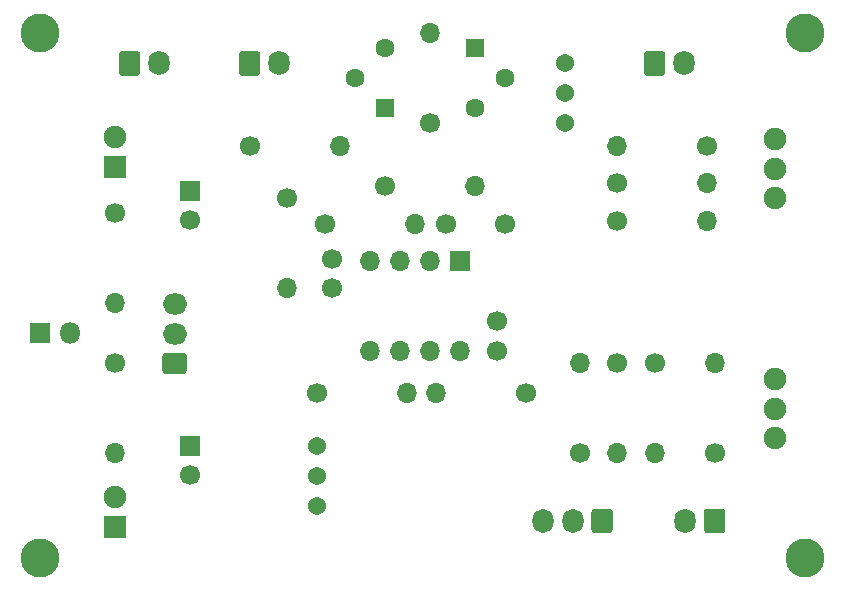
<source format=gbs>
G04 #@! TF.GenerationSoftware,KiCad,Pcbnew,(5.1.6)-1*
G04 #@! TF.CreationDate,2020-10-22T22:28:54+09:00*
G04 #@! TF.ProjectId,Antilog_NPNO_PCB,416e7469-6c6f-4675-9f4e-504e4f5f5043,Ver. 1.1*
G04 #@! TF.SameCoordinates,Original*
G04 #@! TF.FileFunction,Soldermask,Bot*
G04 #@! TF.FilePolarity,Negative*
%FSLAX46Y46*%
G04 Gerber Fmt 4.6, Leading zero omitted, Abs format (unit mm)*
G04 Created by KiCad (PCBNEW (5.1.6)-1) date 2020-10-22 22:28:54*
%MOMM*%
%LPD*%
G01*
G04 APERTURE LIST*
%ADD10C,3.300000*%
%ADD11O,1.700000X1.700000*%
%ADD12R,1.700000X1.700000*%
%ADD13C,1.540000*%
%ADD14C,1.900000*%
%ADD15C,1.700000*%
%ADD16R,1.600000X1.600000*%
%ADD17C,1.600000*%
%ADD18O,1.800000X2.100000*%
%ADD19O,1.800000X2.050000*%
%ADD20O,1.800000X1.800000*%
%ADD21R,1.800000X1.800000*%
%ADD22O,2.050000X1.800000*%
%ADD23R,1.900000X1.900000*%
G04 APERTURE END LIST*
D10*
G04 #@! TO.C,H4*
X168910000Y-116840000D03*
G04 #@! TD*
G04 #@! TO.C,H3*
X104140000Y-116840000D03*
G04 #@! TD*
G04 #@! TO.C,H2*
X168910000Y-72390000D03*
G04 #@! TD*
G04 #@! TO.C,H1*
X104140000Y-72390000D03*
G04 #@! TD*
D11*
G04 #@! TO.C,U1*
X139700000Y-99314000D03*
X132080000Y-91694000D03*
X137160000Y-99314000D03*
X134620000Y-91694000D03*
X134620000Y-99314000D03*
X137160000Y-91694000D03*
X132080000Y-99314000D03*
D12*
X139700000Y-91694000D03*
G04 #@! TD*
D13*
G04 #@! TO.C,RV4*
X127635000Y-112395000D03*
X127635000Y-109855000D03*
X127635000Y-107315000D03*
G04 #@! TD*
G04 #@! TO.C,RV3*
X148590000Y-74930000D03*
X148590000Y-77470000D03*
X148590000Y-80010000D03*
G04 #@! TD*
D14*
G04 #@! TO.C,RV2*
X166370000Y-86360000D03*
X166370000Y-83860000D03*
X166370000Y-81360000D03*
G04 #@! TD*
G04 #@! TO.C,RV1*
X166370000Y-106680000D03*
X166370000Y-104180000D03*
X166370000Y-101680000D03*
G04 #@! TD*
D11*
G04 #@! TO.C,R16*
X129540000Y-81915000D03*
D15*
X121920000Y-81915000D03*
G04 #@! TD*
D11*
G04 #@! TO.C,R15*
X140970000Y-85344000D03*
D15*
X133350000Y-85344000D03*
G04 #@! TD*
D11*
G04 #@! TO.C,R14*
X135890000Y-88519000D03*
D15*
X128270000Y-88519000D03*
G04 #@! TD*
D11*
G04 #@! TO.C,R13*
X137160000Y-72390000D03*
D15*
X137160000Y-80010000D03*
G04 #@! TD*
D11*
G04 #@! TO.C,R12*
X125095000Y-93980000D03*
D15*
X125095000Y-86360000D03*
G04 #@! TD*
D11*
G04 #@! TO.C,R11*
X135255000Y-102870000D03*
D15*
X127635000Y-102870000D03*
G04 #@! TD*
D11*
G04 #@! TO.C,R10*
X137668000Y-102870000D03*
D15*
X145288000Y-102870000D03*
G04 #@! TD*
D11*
G04 #@! TO.C,R9*
X160655000Y-85090000D03*
D15*
X153035000Y-85090000D03*
G04 #@! TD*
D11*
G04 #@! TO.C,R8*
X153035000Y-107950000D03*
D15*
X153035000Y-100330000D03*
G04 #@! TD*
D11*
G04 #@! TO.C,R7*
X161290000Y-100330000D03*
D15*
X161290000Y-107950000D03*
G04 #@! TD*
D11*
G04 #@! TO.C,R6*
X153035000Y-81915000D03*
D15*
X160655000Y-81915000D03*
G04 #@! TD*
D11*
G04 #@! TO.C,R5*
X160655000Y-88265000D03*
D15*
X153035000Y-88265000D03*
G04 #@! TD*
D11*
G04 #@! TO.C,R4*
X149860000Y-100330000D03*
D15*
X149860000Y-107950000D03*
G04 #@! TD*
D11*
G04 #@! TO.C,R3*
X156210000Y-107950000D03*
D15*
X156210000Y-100330000D03*
G04 #@! TD*
D11*
G04 #@! TO.C,R2*
X110490000Y-95250000D03*
D15*
X110490000Y-87630000D03*
G04 #@! TD*
D11*
G04 #@! TO.C,R1*
X110490000Y-107950000D03*
D15*
X110490000Y-100330000D03*
G04 #@! TD*
D16*
G04 #@! TO.C,Q2*
X133350000Y-78740000D03*
D17*
X133350000Y-73660000D03*
X130810000Y-76200000D03*
G04 #@! TD*
D16*
G04 #@! TO.C,Q1*
X140970000Y-73660000D03*
D17*
X140970000Y-78740000D03*
X143510000Y-76200000D03*
G04 #@! TD*
D18*
G04 #@! TO.C,J7*
X124420000Y-74930000D03*
G36*
G01*
X121020000Y-75715294D02*
X121020000Y-74144706D01*
G75*
G02*
X121284706Y-73880000I264706J0D01*
G01*
X122555294Y-73880000D01*
G75*
G02*
X122820000Y-74144706I0J-264706D01*
G01*
X122820000Y-75715294D01*
G75*
G02*
X122555294Y-75980000I-264706J0D01*
G01*
X121284706Y-75980000D01*
G75*
G02*
X121020000Y-75715294I0J264706D01*
G01*
G37*
G04 #@! TD*
G04 #@! TO.C,J6*
X114260000Y-74930000D03*
G36*
G01*
X110860000Y-75715294D02*
X110860000Y-74144706D01*
G75*
G02*
X111124706Y-73880000I264706J0D01*
G01*
X112395294Y-73880000D01*
G75*
G02*
X112660000Y-74144706I0J-264706D01*
G01*
X112660000Y-75715294D01*
G75*
G02*
X112395294Y-75980000I-264706J0D01*
G01*
X111124706Y-75980000D01*
G75*
G02*
X110860000Y-75715294I0J264706D01*
G01*
G37*
G04 #@! TD*
G04 #@! TO.C,J5*
X158710000Y-74930000D03*
G36*
G01*
X155310000Y-75715294D02*
X155310000Y-74144706D01*
G75*
G02*
X155574706Y-73880000I264706J0D01*
G01*
X156845294Y-73880000D01*
G75*
G02*
X157110000Y-74144706I0J-264706D01*
G01*
X157110000Y-75715294D01*
G75*
G02*
X156845294Y-75980000I-264706J0D01*
G01*
X155574706Y-75980000D01*
G75*
G02*
X155310000Y-75715294I0J264706D01*
G01*
G37*
G04 #@! TD*
G04 #@! TO.C,J4*
X158790000Y-113665000D03*
G36*
G01*
X162190000Y-112879706D02*
X162190000Y-114450294D01*
G75*
G02*
X161925294Y-114715000I-264706J0D01*
G01*
X160654706Y-114715000D01*
G75*
G02*
X160390000Y-114450294I0J264706D01*
G01*
X160390000Y-112879706D01*
G75*
G02*
X160654706Y-112615000I264706J0D01*
G01*
X161925294Y-112615000D01*
G75*
G02*
X162190000Y-112879706I0J-264706D01*
G01*
G37*
G04 #@! TD*
D19*
G04 #@! TO.C,J3*
X146765000Y-113665000D03*
X149265000Y-113665000D03*
G36*
G01*
X152665000Y-112904706D02*
X152665000Y-114425294D01*
G75*
G02*
X152400294Y-114690000I-264706J0D01*
G01*
X151129706Y-114690000D01*
G75*
G02*
X150865000Y-114425294I0J264706D01*
G01*
X150865000Y-112904706D01*
G75*
G02*
X151129706Y-112640000I264706J0D01*
G01*
X152400294Y-112640000D01*
G75*
G02*
X152665000Y-112904706I0J-264706D01*
G01*
G37*
G04 #@! TD*
D20*
G04 #@! TO.C,J2*
X106680000Y-97790000D03*
D21*
X104140000Y-97790000D03*
G04 #@! TD*
D22*
G04 #@! TO.C,J1*
X115570000Y-95330000D03*
X115570000Y-97830000D03*
G36*
G01*
X116330294Y-101230000D02*
X114809706Y-101230000D01*
G75*
G02*
X114545000Y-100965294I0J264706D01*
G01*
X114545000Y-99694706D01*
G75*
G02*
X114809706Y-99430000I264706J0D01*
G01*
X116330294Y-99430000D01*
G75*
G02*
X116595000Y-99694706I0J-264706D01*
G01*
X116595000Y-100965294D01*
G75*
G02*
X116330294Y-101230000I-264706J0D01*
G01*
G37*
G04 #@! TD*
D14*
G04 #@! TO.C,D2*
X110490000Y-81153000D03*
D23*
X110490000Y-83693000D03*
G04 #@! TD*
D14*
G04 #@! TO.C,D1*
X110490000Y-111633000D03*
D23*
X110490000Y-114173000D03*
G04 #@! TD*
D15*
G04 #@! TO.C,C5*
X138510000Y-88519000D03*
X143510000Y-88519000D03*
G04 #@! TD*
G04 #@! TO.C,C4*
X128905000Y-91480000D03*
X128905000Y-93980000D03*
G04 #@! TD*
G04 #@! TO.C,C3*
X142875000Y-99274000D03*
X142875000Y-96774000D03*
G04 #@! TD*
G04 #@! TO.C,C2*
X116840000Y-88225000D03*
D12*
X116840000Y-85725000D03*
G04 #@! TD*
D15*
G04 #@! TO.C,C1*
X116840000Y-109815000D03*
D12*
X116840000Y-107315000D03*
G04 #@! TD*
M02*

</source>
